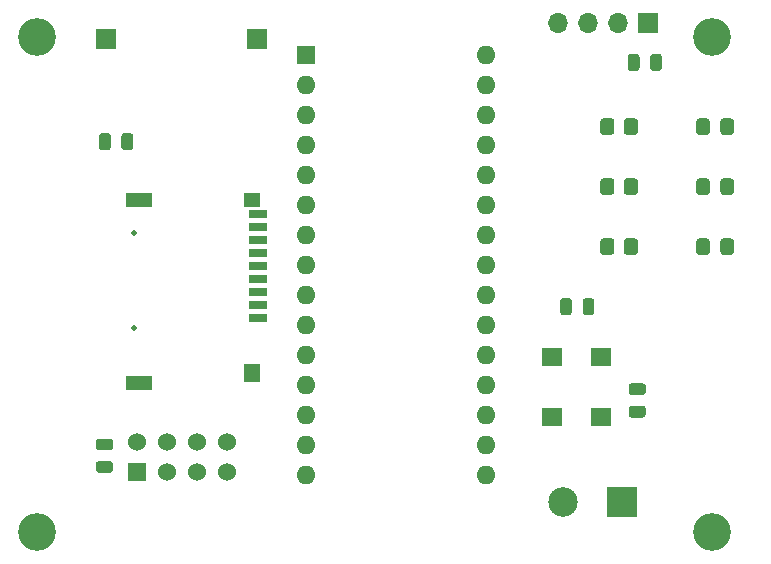
<source format=gbr>
%TF.GenerationSoftware,KiCad,Pcbnew,(5.1.10)-1*%
%TF.CreationDate,2021-11-03T11:27:17+01:00*%
%TF.ProjectId,Telemetry,54656c65-6d65-4747-9279-2e6b69636164,rev?*%
%TF.SameCoordinates,Original*%
%TF.FileFunction,Soldermask,Top*%
%TF.FilePolarity,Negative*%
%FSLAX46Y46*%
G04 Gerber Fmt 4.6, Leading zero omitted, Abs format (unit mm)*
G04 Created by KiCad (PCBNEW (5.1.10)-1) date 2021-11-03 11:27:17*
%MOMM*%
%LPD*%
G01*
G04 APERTURE LIST*
%ADD10R,2.200000X1.200000*%
%ADD11R,1.400000X1.600000*%
%ADD12C,0.500000*%
%ADD13R,1.600000X0.700000*%
%ADD14R,1.400000X1.200000*%
%ADD15R,1.700000X1.700000*%
%ADD16O,1.700000X1.700000*%
%ADD17R,1.800000X1.600000*%
%ADD18R,2.500000X2.500000*%
%ADD19C,2.500000*%
%ADD20R,1.600000X1.600000*%
%ADD21O,1.600000X1.600000*%
%ADD22C,1.524000*%
%ADD23R,1.524000X1.524000*%
%ADD24C,3.200000*%
G04 APERTURE END LIST*
D10*
%TO.C,J5*%
X154630000Y-65910000D03*
X154630000Y-81410000D03*
D11*
X164230000Y-80510000D03*
D12*
X154230000Y-68710000D03*
X154230000Y-76710000D03*
D13*
X164730000Y-67110000D03*
D14*
X164230000Y-65910000D03*
D13*
X164730000Y-68210000D03*
X164730000Y-69310000D03*
X164730000Y-70410000D03*
X164730000Y-71510000D03*
X164730000Y-72610000D03*
X164730000Y-73710000D03*
X164730000Y-74810000D03*
X164730000Y-75910000D03*
%TD*%
D15*
%TO.C,U3*%
X197739000Y-50927000D03*
D16*
X195199000Y-50927000D03*
X192659000Y-50927000D03*
X190119000Y-50927000D03*
%TD*%
D17*
%TO.C,Y1*%
X189590000Y-84230000D03*
X189590000Y-79150000D03*
X193790000Y-79150000D03*
X193790000Y-84230000D03*
%TD*%
%TO.C,C5*%
G36*
G01*
X191320000Y-74455000D02*
X191320000Y-75405000D01*
G75*
G02*
X191070000Y-75655000I-250000J0D01*
G01*
X190570000Y-75655000D01*
G75*
G02*
X190320000Y-75405000I0J250000D01*
G01*
X190320000Y-74455000D01*
G75*
G02*
X190570000Y-74205000I250000J0D01*
G01*
X191070000Y-74205000D01*
G75*
G02*
X191320000Y-74455000I0J-250000D01*
G01*
G37*
G36*
G01*
X193220000Y-74455000D02*
X193220000Y-75405000D01*
G75*
G02*
X192970000Y-75655000I-250000J0D01*
G01*
X192470000Y-75655000D01*
G75*
G02*
X192220000Y-75405000I0J250000D01*
G01*
X192220000Y-74455000D01*
G75*
G02*
X192470000Y-74205000I250000J0D01*
G01*
X192970000Y-74205000D01*
G75*
G02*
X193220000Y-74455000I0J-250000D01*
G01*
G37*
%TD*%
D18*
%TO.C,U2*%
X195580000Y-91440000D03*
D19*
X190580000Y-91440000D03*
%TD*%
%TO.C,R2*%
G36*
G01*
X195710000Y-65220400D02*
X195710000Y-64319600D01*
G75*
G02*
X195959600Y-64070000I249600J0D01*
G01*
X196660400Y-64070000D01*
G75*
G02*
X196910000Y-64319600I0J-249600D01*
G01*
X196910000Y-65220400D01*
G75*
G02*
X196660400Y-65470000I-249600J0D01*
G01*
X195959600Y-65470000D01*
G75*
G02*
X195710000Y-65220400I0J249600D01*
G01*
G37*
G36*
G01*
X193710000Y-65220400D02*
X193710000Y-64319600D01*
G75*
G02*
X193959600Y-64070000I249600J0D01*
G01*
X194660400Y-64070000D01*
G75*
G02*
X194910000Y-64319600I0J-249600D01*
G01*
X194910000Y-65220400D01*
G75*
G02*
X194660400Y-65470000I-249600J0D01*
G01*
X193959600Y-65470000D01*
G75*
G02*
X193710000Y-65220400I0J249600D01*
G01*
G37*
%TD*%
D15*
%TO.C, *%
X151892000Y-52260500D03*
%TD*%
%TO.C, *%
X164655500Y-52260500D03*
%TD*%
D20*
%TO.C,U1*%
X168783000Y-53594000D03*
D21*
X184023000Y-86614000D03*
X168783000Y-56134000D03*
X184023000Y-84074000D03*
X168783000Y-58674000D03*
X184023000Y-81534000D03*
X168783000Y-61214000D03*
X184023000Y-78994000D03*
X168783000Y-63754000D03*
X184023000Y-76454000D03*
X168783000Y-66294000D03*
X184023000Y-73914000D03*
X168783000Y-68834000D03*
X184023000Y-71374000D03*
X168783000Y-71374000D03*
X184023000Y-68834000D03*
X168783000Y-73914000D03*
X184023000Y-66294000D03*
X168783000Y-76454000D03*
X184023000Y-63754000D03*
X168783000Y-78994000D03*
X184023000Y-61214000D03*
X168783000Y-81534000D03*
X184023000Y-58674000D03*
X168783000Y-84074000D03*
X184023000Y-56134000D03*
X168783000Y-86614000D03*
X184023000Y-53594000D03*
X168783000Y-89154000D03*
X184023000Y-89154000D03*
%TD*%
D22*
%TO.C,U4*%
X162102800Y-86360000D03*
X162102800Y-88900000D03*
X159562800Y-86360000D03*
X159562800Y-88900000D03*
X157022800Y-86360000D03*
X157022800Y-88900000D03*
X154482800Y-86360000D03*
D23*
X154482800Y-88900000D03*
%TD*%
D24*
%TO.C, *%
X146050000Y-52070000D03*
%TD*%
%TO.C, *%
X203200000Y-52070000D03*
%TD*%
%TO.C, *%
X203200000Y-93980000D03*
%TD*%
%TO.C, *%
X146050000Y-93980000D03*
%TD*%
%TO.C,C1*%
G36*
G01*
X151264600Y-86093600D02*
X152214600Y-86093600D01*
G75*
G02*
X152464600Y-86343600I0J-250000D01*
G01*
X152464600Y-86843600D01*
G75*
G02*
X152214600Y-87093600I-250000J0D01*
G01*
X151264600Y-87093600D01*
G75*
G02*
X151014600Y-86843600I0J250000D01*
G01*
X151014600Y-86343600D01*
G75*
G02*
X151264600Y-86093600I250000J0D01*
G01*
G37*
G36*
G01*
X151264600Y-87993600D02*
X152214600Y-87993600D01*
G75*
G02*
X152464600Y-88243600I0J-250000D01*
G01*
X152464600Y-88743600D01*
G75*
G02*
X152214600Y-88993600I-250000J0D01*
G01*
X151264600Y-88993600D01*
G75*
G02*
X151014600Y-88743600I0J250000D01*
G01*
X151014600Y-88243600D01*
G75*
G02*
X151264600Y-87993600I250000J0D01*
G01*
G37*
%TD*%
%TO.C,C3*%
G36*
G01*
X153170000Y-61435000D02*
X153170000Y-60485000D01*
G75*
G02*
X153420000Y-60235000I250000J0D01*
G01*
X153920000Y-60235000D01*
G75*
G02*
X154170000Y-60485000I0J-250000D01*
G01*
X154170000Y-61435000D01*
G75*
G02*
X153920000Y-61685000I-250000J0D01*
G01*
X153420000Y-61685000D01*
G75*
G02*
X153170000Y-61435000I0J250000D01*
G01*
G37*
G36*
G01*
X151270000Y-61435000D02*
X151270000Y-60485000D01*
G75*
G02*
X151520000Y-60235000I250000J0D01*
G01*
X152020000Y-60235000D01*
G75*
G02*
X152270000Y-60485000I0J-250000D01*
G01*
X152270000Y-61435000D01*
G75*
G02*
X152020000Y-61685000I-250000J0D01*
G01*
X151520000Y-61685000D01*
G75*
G02*
X151270000Y-61435000I0J250000D01*
G01*
G37*
%TD*%
%TO.C,C2*%
G36*
G01*
X197045200Y-53779400D02*
X197045200Y-54729400D01*
G75*
G02*
X196795200Y-54979400I-250000J0D01*
G01*
X196295200Y-54979400D01*
G75*
G02*
X196045200Y-54729400I0J250000D01*
G01*
X196045200Y-53779400D01*
G75*
G02*
X196295200Y-53529400I250000J0D01*
G01*
X196795200Y-53529400D01*
G75*
G02*
X197045200Y-53779400I0J-250000D01*
G01*
G37*
G36*
G01*
X198945200Y-53779400D02*
X198945200Y-54729400D01*
G75*
G02*
X198695200Y-54979400I-250000J0D01*
G01*
X198195200Y-54979400D01*
G75*
G02*
X197945200Y-54729400I0J250000D01*
G01*
X197945200Y-53779400D01*
G75*
G02*
X198195200Y-53529400I250000J0D01*
G01*
X198695200Y-53529400D01*
G75*
G02*
X198945200Y-53779400I0J-250000D01*
G01*
G37*
%TD*%
%TO.C,D1*%
G36*
G01*
X205045000Y-69399999D02*
X205045000Y-70300001D01*
G75*
G02*
X204795001Y-70550000I-249999J0D01*
G01*
X204144999Y-70550000D01*
G75*
G02*
X203895000Y-70300001I0J249999D01*
G01*
X203895000Y-69399999D01*
G75*
G02*
X204144999Y-69150000I249999J0D01*
G01*
X204795001Y-69150000D01*
G75*
G02*
X205045000Y-69399999I0J-249999D01*
G01*
G37*
G36*
G01*
X202995000Y-69399999D02*
X202995000Y-70300001D01*
G75*
G02*
X202745001Y-70550000I-249999J0D01*
G01*
X202094999Y-70550000D01*
G75*
G02*
X201845000Y-70300001I0J249999D01*
G01*
X201845000Y-69399999D01*
G75*
G02*
X202094999Y-69150000I249999J0D01*
G01*
X202745001Y-69150000D01*
G75*
G02*
X202995000Y-69399999I0J-249999D01*
G01*
G37*
%TD*%
%TO.C,D2*%
G36*
G01*
X202995000Y-64319999D02*
X202995000Y-65220001D01*
G75*
G02*
X202745001Y-65470000I-249999J0D01*
G01*
X202094999Y-65470000D01*
G75*
G02*
X201845000Y-65220001I0J249999D01*
G01*
X201845000Y-64319999D01*
G75*
G02*
X202094999Y-64070000I249999J0D01*
G01*
X202745001Y-64070000D01*
G75*
G02*
X202995000Y-64319999I0J-249999D01*
G01*
G37*
G36*
G01*
X205045000Y-64319999D02*
X205045000Y-65220001D01*
G75*
G02*
X204795001Y-65470000I-249999J0D01*
G01*
X204144999Y-65470000D01*
G75*
G02*
X203895000Y-65220001I0J249999D01*
G01*
X203895000Y-64319999D01*
G75*
G02*
X204144999Y-64070000I249999J0D01*
G01*
X204795001Y-64070000D01*
G75*
G02*
X205045000Y-64319999I0J-249999D01*
G01*
G37*
%TD*%
%TO.C,D3*%
G36*
G01*
X205045000Y-59239999D02*
X205045000Y-60140001D01*
G75*
G02*
X204795001Y-60390000I-249999J0D01*
G01*
X204144999Y-60390000D01*
G75*
G02*
X203895000Y-60140001I0J249999D01*
G01*
X203895000Y-59239999D01*
G75*
G02*
X204144999Y-58990000I249999J0D01*
G01*
X204795001Y-58990000D01*
G75*
G02*
X205045000Y-59239999I0J-249999D01*
G01*
G37*
G36*
G01*
X202995000Y-59239999D02*
X202995000Y-60140001D01*
G75*
G02*
X202745001Y-60390000I-249999J0D01*
G01*
X202094999Y-60390000D01*
G75*
G02*
X201845000Y-60140001I0J249999D01*
G01*
X201845000Y-59239999D01*
G75*
G02*
X202094999Y-58990000I249999J0D01*
G01*
X202745001Y-58990000D01*
G75*
G02*
X202995000Y-59239999I0J-249999D01*
G01*
G37*
%TD*%
%TO.C,R1*%
G36*
G01*
X193710000Y-70300400D02*
X193710000Y-69399600D01*
G75*
G02*
X193959600Y-69150000I249600J0D01*
G01*
X194660400Y-69150000D01*
G75*
G02*
X194910000Y-69399600I0J-249600D01*
G01*
X194910000Y-70300400D01*
G75*
G02*
X194660400Y-70550000I-249600J0D01*
G01*
X193959600Y-70550000D01*
G75*
G02*
X193710000Y-70300400I0J249600D01*
G01*
G37*
G36*
G01*
X195710000Y-70300400D02*
X195710000Y-69399600D01*
G75*
G02*
X195959600Y-69150000I249600J0D01*
G01*
X196660400Y-69150000D01*
G75*
G02*
X196910000Y-69399600I0J-249600D01*
G01*
X196910000Y-70300400D01*
G75*
G02*
X196660400Y-70550000I-249600J0D01*
G01*
X195959600Y-70550000D01*
G75*
G02*
X195710000Y-70300400I0J249600D01*
G01*
G37*
%TD*%
%TO.C,R3*%
G36*
G01*
X193710000Y-60140400D02*
X193710000Y-59239600D01*
G75*
G02*
X193959600Y-58990000I249600J0D01*
G01*
X194660400Y-58990000D01*
G75*
G02*
X194910000Y-59239600I0J-249600D01*
G01*
X194910000Y-60140400D01*
G75*
G02*
X194660400Y-60390000I-249600J0D01*
G01*
X193959600Y-60390000D01*
G75*
G02*
X193710000Y-60140400I0J249600D01*
G01*
G37*
G36*
G01*
X195710000Y-60140400D02*
X195710000Y-59239600D01*
G75*
G02*
X195959600Y-58990000I249600J0D01*
G01*
X196660400Y-58990000D01*
G75*
G02*
X196910000Y-59239600I0J-249600D01*
G01*
X196910000Y-60140400D01*
G75*
G02*
X196660400Y-60390000I-249600J0D01*
G01*
X195959600Y-60390000D01*
G75*
G02*
X195710000Y-60140400I0J249600D01*
G01*
G37*
%TD*%
%TO.C,C4*%
G36*
G01*
X196375000Y-81420000D02*
X197325000Y-81420000D01*
G75*
G02*
X197575000Y-81670000I0J-250000D01*
G01*
X197575000Y-82170000D01*
G75*
G02*
X197325000Y-82420000I-250000J0D01*
G01*
X196375000Y-82420000D01*
G75*
G02*
X196125000Y-82170000I0J250000D01*
G01*
X196125000Y-81670000D01*
G75*
G02*
X196375000Y-81420000I250000J0D01*
G01*
G37*
G36*
G01*
X196375000Y-83320000D02*
X197325000Y-83320000D01*
G75*
G02*
X197575000Y-83570000I0J-250000D01*
G01*
X197575000Y-84070000D01*
G75*
G02*
X197325000Y-84320000I-250000J0D01*
G01*
X196375000Y-84320000D01*
G75*
G02*
X196125000Y-84070000I0J250000D01*
G01*
X196125000Y-83570000D01*
G75*
G02*
X196375000Y-83320000I250000J0D01*
G01*
G37*
%TD*%
M02*

</source>
